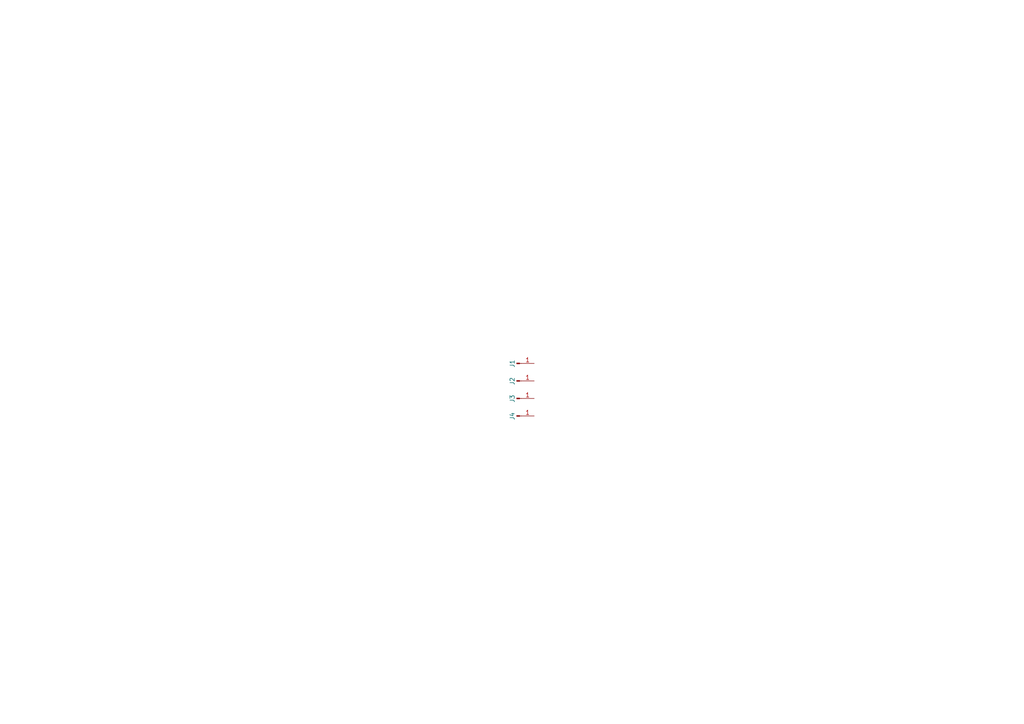
<source format=kicad_sch>
(kicad_sch (version 20230121) (generator eeschema)
  (paper "A4")
  (lib_symbols
    (symbol "Connector:Conn_01x01_Pin" (pin_names (offset 1.016) hide)
      (property "Reference" "J" (at 0 2.54 0))
      (property "Value" "Conn_01x01_Pin" (at 0 -2.54 0))
      (symbol "Conn_01x01_Pin_1_1"
        (polyline (pts (xy 1.27 0) (xy 0.8636 0)) (stroke (width 0.1524)))
        (rectangle (start 0.8636 0.127) (end 0 -0.127) (stroke (width 0.1524)) (fill (type outline)))
        (pin passive line (at 5.08 0 180) (length 3.81) (name "Pin_1") (number "1"))
      )
    )
  )
  (symbol (lib_id "Connector:Conn_01x01_Pin") (at 149.86 105.41 0) (unit 1)
    (property "Reference" "J1" (at 148.59 106.68 90) (effects (justify left)))
    (property "Value" "Conn_01x01_Pin" (effects hide))
    (property "Footprint" "CustSymbols:ManhattanPad" (effects hide))
  )
  (symbol (lib_id "Connector:Conn_01x01_Pin") (at 149.86 110.49 0) (unit 1)
    (property "Reference" "J2" (at 148.59 111.76 90) (effects (justify left)))
    (property "Value" "Conn_01x01_Pin" (effects hide))
    (property "Footprint" "CustSymbols:ManhattanPad" (effects hide))
  )
  (symbol (lib_id "Connector:Conn_01x01_Pin") (at 149.86 120.65 0) (unit 1)
    (property "Reference" "J4" (at 148.59 121.92 90) (effects (justify left)))
    (property "Value" "Conn_01x01_Pin" (effects hide))
    (property "Footprint" "CustSymbols:ManhattanPad" (effects hide))
  )
  (symbol (lib_id "Connector:Conn_01x01_Pin") (at 149.86 115.57 0) (unit 1)
    (property "Reference" "J3" (at 148.59 116.84 90) (effects (justify left)))
    (property "Value" "Conn_01x01_Pin" (effects hide))
    (property "Footprint" "CustSymbols:ManhattanPad" (effects hide))
  )
)
</source>
